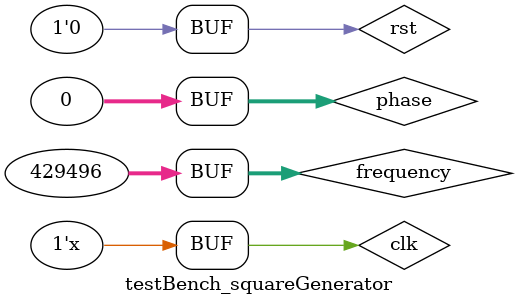
<source format=v>
`timescale 1ns / 1ps // clock units/resolution of clock

module testBench_squareGenerator;

    reg clk;
    reg rst;
    reg[31:0] phase;
    reg[31:0] frequency;

    wire[7:0] dacLevel;

    squareGenerator dut(clk, rst, phase, frequency, dacLevel);

    initial
    begin
        clk <= 0;
        rst <= 1;
        phase <= 32'h00000000;
        frequency <= 32'd429496;
        #20
        rst <= 0;
    end
    always #10 clk = ~clk;
endmodule

</source>
